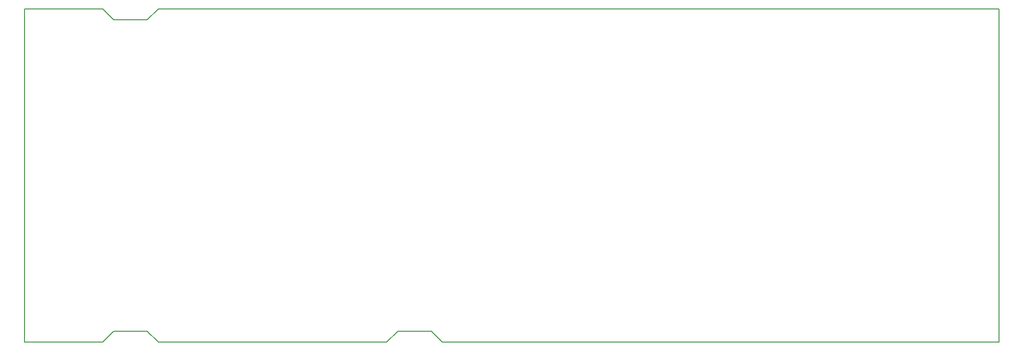
<source format=gbr>
G04 #@! TF.FileFunction,Profile,NP*
%FSLAX46Y46*%
G04 Gerber Fmt 4.6, Leading zero omitted, Abs format (unit mm)*
G04 Created by KiCad (PCBNEW 4.0.4-stable) date 03/28/17 10:50:41*
%MOMM*%
%LPD*%
G01*
G04 APERTURE LIST*
%ADD10C,0.125000*%
%ADD11C,0.130000*%
G04 APERTURE END LIST*
D10*
D11*
X275000000Y-155000000D02*
X275000000Y-95000000D01*
X100000000Y-95000000D02*
X100000000Y-155000000D01*
X114000000Y-95000000D02*
X100000000Y-95000000D01*
X116000000Y-97000000D02*
X114000000Y-95000000D01*
X122000000Y-97000000D02*
X116000000Y-97000000D01*
X124000000Y-95000000D02*
X122000000Y-97000000D01*
X275000000Y-95000000D02*
X124000000Y-95000000D01*
X175000000Y-155000000D02*
X275000000Y-155000000D01*
X173000000Y-153000000D02*
X175000000Y-155000000D01*
X167000000Y-153000000D02*
X173000000Y-153000000D01*
X165000000Y-155000000D02*
X167000000Y-153000000D01*
X124000000Y-155000000D02*
X165000000Y-155000000D01*
X124000000Y-155000000D02*
X122000000Y-153000000D01*
X116000000Y-153000000D02*
X122000000Y-153000000D01*
X114000000Y-155000000D02*
X116000000Y-153000000D01*
X100000000Y-155000000D02*
X114000000Y-155000000D01*
M02*

</source>
